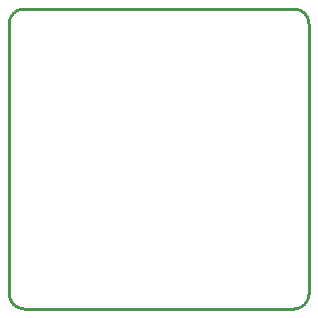
<source format=gm1>
G04 Layer_Color=16711935*
%FSLAX44Y44*%
%MOMM*%
G71*
G01*
G75*
%ADD29C,0.2540*%
D29*
X12700Y254000D02*
G03*
X0Y241300I0J-12700D01*
G01*
X254000D02*
G03*
X241300Y254000I-12700J0D01*
G01*
Y0D02*
G03*
X254000Y12700I0J12700D01*
G01*
X0D02*
G03*
X12700Y0I12700J0D01*
G01*
X0Y130810D02*
Y241300D01*
X12700Y254000D02*
X241300D01*
X254000Y12700D02*
Y241300D01*
X12700Y0D02*
X241300D01*
X0Y12700D02*
Y132080D01*
X12700Y254000D02*
G03*
X0Y241300I0J-12700D01*
G01*
X254000D02*
G03*
X241300Y254000I-12700J0D01*
G01*
Y0D02*
G03*
X254000Y12700I0J12700D01*
G01*
X0D02*
G03*
X12700Y0I12700J0D01*
G01*
X0Y130810D02*
Y241300D01*
X12700Y254000D02*
X241300D01*
X254000Y12700D02*
Y241300D01*
X12700Y0D02*
X241300D01*
X0Y12700D02*
Y132080D01*
M02*

</source>
